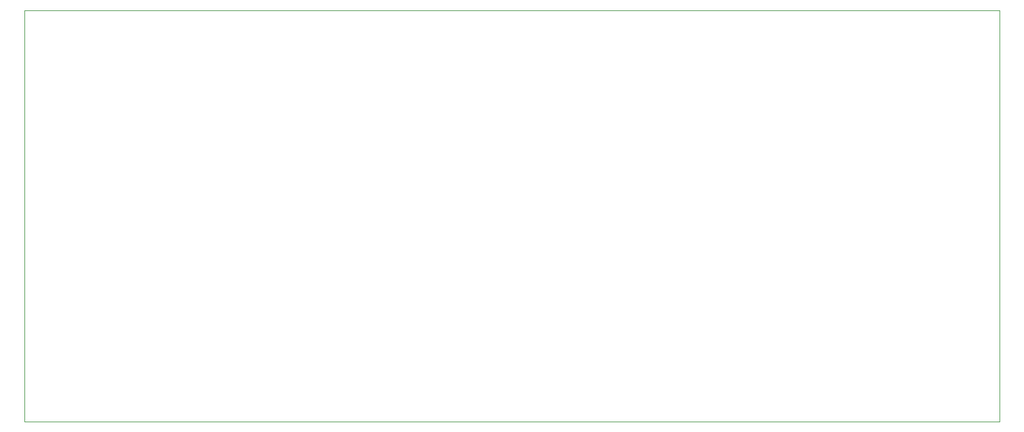
<source format=gbr>
G04 #@! TF.GenerationSoftware,KiCad,Pcbnew,(5.1.5)-3*
G04 #@! TF.CreationDate,2021-03-07T17:40:16+01:00*
G04 #@! TF.ProjectId,Motorproject,4d6f746f-7270-4726-9f6a-6563742e6b69,rev?*
G04 #@! TF.SameCoordinates,Original*
G04 #@! TF.FileFunction,Profile,NP*
%FSLAX46Y46*%
G04 Gerber Fmt 4.6, Leading zero omitted, Abs format (unit mm)*
G04 Created by KiCad (PCBNEW (5.1.5)-3) date 2021-03-07 17:40:16*
%MOMM*%
%LPD*%
G04 APERTURE LIST*
%ADD10C,0.050000*%
G04 APERTURE END LIST*
D10*
X33000000Y-24000000D02*
X35000000Y-24000000D01*
X33000000Y-81000000D02*
X33000000Y-24000000D01*
X168000000Y-81000000D02*
X33000000Y-81000000D01*
X168000000Y-24000000D02*
X168000000Y-81000000D01*
X34000000Y-24000000D02*
X168000000Y-24000000D01*
M02*

</source>
